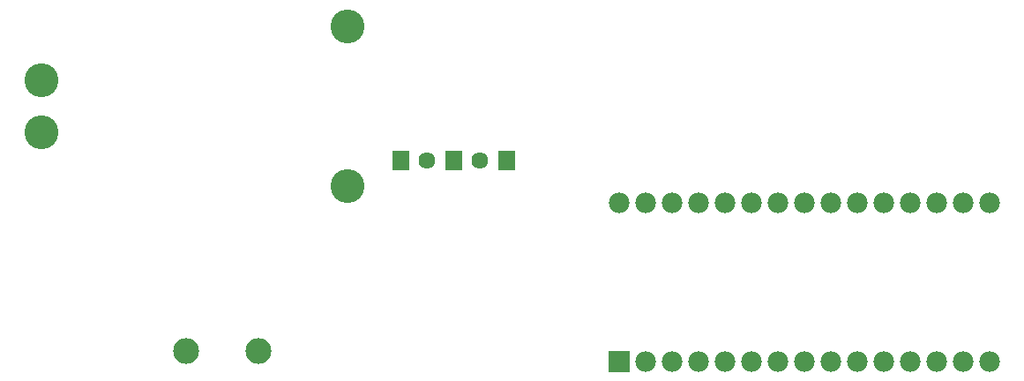
<source format=gbs>
G04 Layer: BottomSolderMaskLayer*
G04 EasyEDA v6.4.12, 2021-01-01T09:56:31+01:00*
G04 894a5beaafa14ce6bfb9057d1c18a6f7,8f8135e26d124d33b536985ae94b05e9,10*
G04 Gerber Generator version 0.2*
G04 Scale: 100 percent, Rotated: No, Reflected: No *
G04 Dimensions in millimeters *
G04 leading zeros omitted , absolute positions ,4 integer and 5 decimal *
%FSLAX45Y45*%
%MOMM*%

%ADD26C,1.9812*%
%ADD27C,3.2512*%
%ADD28C,3.2532*%
%ADD29C,2.4892*%
%ADD32C,1.6180*%

%LPD*%
G36*
X5806440Y890523D02*
G01*
X5806440Y1088644D01*
X6004559Y1088644D01*
X6004559Y890523D01*
G37*
D26*
G01*
X6159500Y989584D03*
G01*
X6413500Y989584D03*
G01*
X6667500Y989584D03*
G01*
X6921500Y989584D03*
G01*
X7175500Y989584D03*
G01*
X7429500Y989584D03*
G01*
X7683500Y989584D03*
G01*
X7937500Y989584D03*
G01*
X8191500Y989584D03*
G01*
X8445500Y989584D03*
G01*
X8699500Y989584D03*
G01*
X8953500Y989584D03*
G01*
X9207500Y989584D03*
G01*
X9461500Y989584D03*
G01*
X5905500Y2513584D03*
G01*
X6159500Y2513584D03*
G01*
X6413500Y2513584D03*
G01*
X6667500Y2513584D03*
G01*
X6921500Y2513584D03*
G01*
X7175500Y2513584D03*
G01*
X7429500Y2513584D03*
G01*
X7683500Y2513584D03*
G01*
X7937500Y2513584D03*
G01*
X8191500Y2513584D03*
G01*
X8445500Y2513584D03*
G01*
X8699500Y2513584D03*
G01*
X8953500Y2513584D03*
G01*
X9207500Y2513584D03*
G01*
X9461500Y2513584D03*
D27*
G01*
X3298825Y4210685D03*
G01*
X3298825Y2670682D03*
G01*
X358775Y3690493D03*
D28*
G01*
X358775Y3190621D03*
D29*
G01*
X1744979Y1091184D03*
G01*
X2446020Y1091184D03*
G36*
X4745227Y2824988D02*
G01*
X4745227Y3014979D01*
X4906772Y3014979D01*
X4906772Y2824988D01*
G37*
D32*
G01*
X4571974Y2919984D03*
G36*
X4237227Y2824988D02*
G01*
X4237227Y3014979D01*
X4398772Y3014979D01*
X4398772Y2824988D01*
G37*
G01*
X4063974Y2919984D03*
G36*
X3729227Y2824988D02*
G01*
X3729227Y3014979D01*
X3890772Y3014979D01*
X3890772Y2824988D01*
G37*
M02*

</source>
